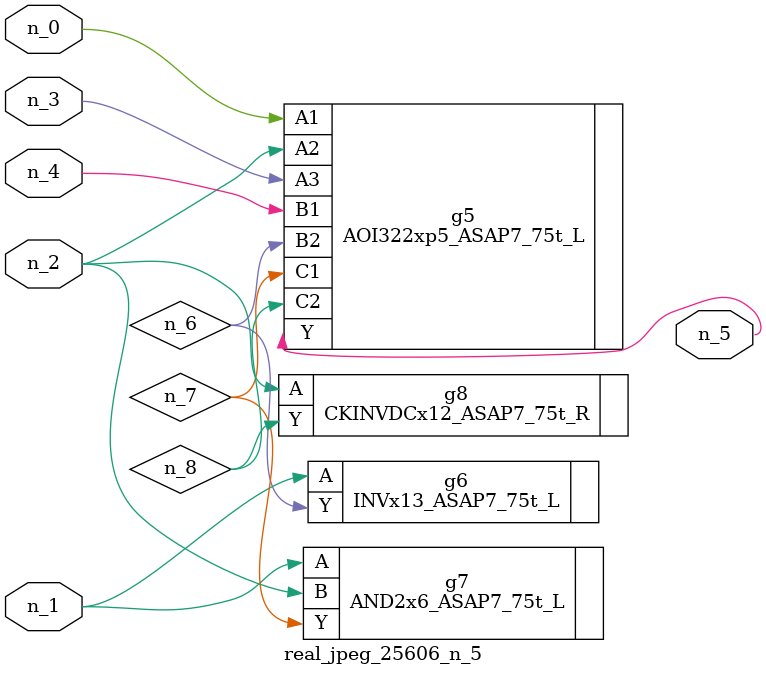
<source format=v>
module real_jpeg_25606_n_5 (n_4, n_0, n_1, n_2, n_3, n_5);

input n_4;
input n_0;
input n_1;
input n_2;
input n_3;

output n_5;

wire n_8;
wire n_6;
wire n_7;

AOI322xp5_ASAP7_75t_L g5 ( 
.A1(n_0),
.A2(n_2),
.A3(n_3),
.B1(n_4),
.B2(n_6),
.C1(n_7),
.C2(n_8),
.Y(n_5)
);

INVx13_ASAP7_75t_L g6 ( 
.A(n_1),
.Y(n_6)
);

AND2x6_ASAP7_75t_L g7 ( 
.A(n_1),
.B(n_2),
.Y(n_7)
);

CKINVDCx12_ASAP7_75t_R g8 ( 
.A(n_2),
.Y(n_8)
);


endmodule
</source>
